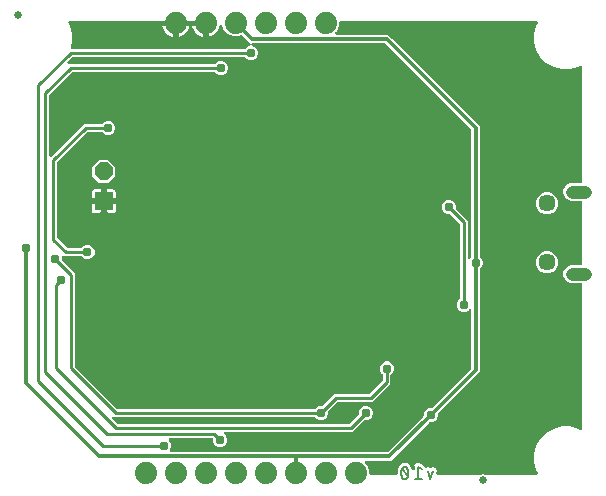
<source format=gbr>
G04 EAGLE Gerber RS-274X export*
G75*
%MOMM*%
%FSLAX34Y34*%
%LPD*%
%INBottom Copper*%
%IPPOS*%
%AMOC8*
5,1,8,0,0,1.08239X$1,22.5*%
G01*
%ADD10C,0.203200*%
%ADD11C,0.635000*%
%ADD12C,1.879600*%
%ADD13C,1.450000*%
%ADD14C,1.108000*%
%ADD15R,1.524000X1.524000*%
%ADD16P,1.649562X8X202.500000*%
%ADD17C,0.304800*%
%ADD18C,0.787400*%
%ADD19C,0.756400*%
%ADD20C,0.254000*%

G36*
X483747Y411239D02*
X483747Y411239D01*
X483846Y411242D01*
X483904Y411259D01*
X483965Y411267D01*
X484057Y411303D01*
X484152Y411331D01*
X484204Y411361D01*
X484260Y411384D01*
X484340Y411442D01*
X484426Y411492D01*
X484501Y411558D01*
X484518Y411570D01*
X484525Y411580D01*
X484547Y411598D01*
X514359Y441410D01*
X514419Y441489D01*
X514487Y441561D01*
X514516Y441614D01*
X514553Y441662D01*
X514593Y441753D01*
X514641Y441839D01*
X514656Y441898D01*
X514680Y441954D01*
X514695Y442052D01*
X514720Y442147D01*
X514726Y442247D01*
X514730Y442268D01*
X514728Y442280D01*
X514730Y442308D01*
X514730Y443909D01*
X515639Y446104D01*
X517318Y447783D01*
X519513Y448692D01*
X521114Y448692D01*
X521212Y448704D01*
X521311Y448707D01*
X521369Y448724D01*
X521430Y448732D01*
X521522Y448768D01*
X521617Y448796D01*
X521669Y448826D01*
X521725Y448849D01*
X521805Y448907D01*
X521891Y448957D01*
X521966Y449023D01*
X521983Y449035D01*
X521990Y449045D01*
X522012Y449063D01*
X554872Y481923D01*
X554932Y482002D01*
X555000Y482074D01*
X555029Y482127D01*
X555066Y482175D01*
X555106Y482266D01*
X555154Y482352D01*
X555169Y482411D01*
X555193Y482467D01*
X555208Y482565D01*
X555233Y482660D01*
X555239Y482760D01*
X555243Y482781D01*
X555241Y482793D01*
X555243Y482821D01*
X555243Y531037D01*
X555226Y531175D01*
X555213Y531313D01*
X555206Y531332D01*
X555203Y531352D01*
X555152Y531481D01*
X555105Y531612D01*
X555094Y531629D01*
X555086Y531648D01*
X555005Y531760D01*
X554927Y531875D01*
X554911Y531889D01*
X554900Y531905D01*
X554792Y531994D01*
X554688Y532086D01*
X554670Y532095D01*
X554655Y532108D01*
X554529Y532167D01*
X554405Y532230D01*
X554385Y532235D01*
X554367Y532243D01*
X554230Y532270D01*
X554095Y532300D01*
X554074Y532299D01*
X554055Y532303D01*
X553916Y532295D01*
X553777Y532290D01*
X553757Y532285D01*
X553737Y532284D01*
X553605Y532241D01*
X553471Y532202D01*
X553454Y532192D01*
X553435Y532185D01*
X553317Y532111D01*
X553197Y532040D01*
X553176Y532022D01*
X553166Y532015D01*
X553152Y532000D01*
X553077Y531934D01*
X552022Y530879D01*
X549827Y529970D01*
X547453Y529970D01*
X545258Y530879D01*
X543579Y532558D01*
X542670Y534753D01*
X542670Y537127D01*
X543579Y539322D01*
X544966Y540708D01*
X545026Y540786D01*
X545094Y540858D01*
X545123Y540911D01*
X545160Y540959D01*
X545200Y541050D01*
X545248Y541137D01*
X545263Y541195D01*
X545287Y541251D01*
X545302Y541349D01*
X545327Y541445D01*
X545333Y541545D01*
X545337Y541565D01*
X545335Y541577D01*
X545337Y541605D01*
X545337Y603896D01*
X545325Y603994D01*
X545322Y604093D01*
X545305Y604152D01*
X545297Y604212D01*
X545261Y604304D01*
X545233Y604399D01*
X545203Y604451D01*
X545180Y604507D01*
X545122Y604587D01*
X545072Y604673D01*
X545006Y604748D01*
X544994Y604765D01*
X544984Y604773D01*
X544966Y604794D01*
X537611Y612149D01*
X537532Y612209D01*
X537460Y612277D01*
X537407Y612306D01*
X537359Y612343D01*
X537268Y612383D01*
X537182Y612431D01*
X537123Y612446D01*
X537068Y612470D01*
X536970Y612485D01*
X536874Y612510D01*
X536774Y612516D01*
X536753Y612520D01*
X536741Y612518D01*
X536713Y612520D01*
X534753Y612520D01*
X532558Y613429D01*
X530879Y615108D01*
X529970Y617303D01*
X529970Y619677D01*
X530879Y621872D01*
X532558Y623551D01*
X534753Y624460D01*
X537127Y624460D01*
X539322Y623551D01*
X541001Y621872D01*
X541910Y619677D01*
X541910Y617717D01*
X541922Y617619D01*
X541925Y617520D01*
X541942Y617461D01*
X541950Y617401D01*
X541986Y617309D01*
X542014Y617214D01*
X542044Y617162D01*
X542067Y617106D01*
X542125Y617026D01*
X542175Y616940D01*
X542241Y616865D01*
X542253Y616848D01*
X542263Y616840D01*
X542281Y616819D01*
X551943Y607158D01*
X551943Y576149D01*
X551960Y576011D01*
X551973Y575873D01*
X551980Y575854D01*
X551983Y575834D01*
X552034Y575704D01*
X552081Y575574D01*
X552092Y575557D01*
X552100Y575538D01*
X552181Y575426D01*
X552259Y575311D01*
X552275Y575297D01*
X552286Y575281D01*
X552394Y575192D01*
X552498Y575100D01*
X552516Y575091D01*
X552531Y575078D01*
X552657Y575019D01*
X552781Y574956D01*
X552801Y574951D01*
X552819Y574943D01*
X552956Y574916D01*
X553091Y574886D01*
X553112Y574887D01*
X553131Y574883D01*
X553270Y574891D01*
X553409Y574896D01*
X553429Y574901D01*
X553449Y574902D01*
X553581Y574945D01*
X553715Y574984D01*
X553732Y574994D01*
X553751Y575001D01*
X553869Y575075D01*
X553989Y575146D01*
X554010Y575164D01*
X554020Y575171D01*
X554034Y575186D01*
X554109Y575252D01*
X554872Y576014D01*
X554932Y576092D01*
X555000Y576164D01*
X555029Y576217D01*
X555066Y576265D01*
X555106Y576356D01*
X555154Y576443D01*
X555169Y576502D01*
X555193Y576557D01*
X555208Y576655D01*
X555233Y576751D01*
X555239Y576851D01*
X555243Y576871D01*
X555241Y576883D01*
X555243Y576911D01*
X555243Y683801D01*
X555231Y683899D01*
X555228Y683998D01*
X555211Y684056D01*
X555203Y684117D01*
X555167Y684209D01*
X555139Y684304D01*
X555109Y684356D01*
X555086Y684412D01*
X555028Y684492D01*
X554978Y684578D01*
X554912Y684653D01*
X554900Y684670D01*
X554890Y684677D01*
X554872Y684699D01*
X482261Y757310D01*
X482182Y757370D01*
X482110Y757438D01*
X482057Y757467D01*
X482009Y757504D01*
X481918Y757544D01*
X481832Y757592D01*
X481773Y757607D01*
X481717Y757631D01*
X481619Y757646D01*
X481524Y757671D01*
X481424Y757677D01*
X481403Y757681D01*
X481391Y757679D01*
X481363Y757681D01*
X370046Y757681D01*
X369977Y757673D01*
X369907Y757674D01*
X369820Y757653D01*
X369731Y757641D01*
X369666Y757616D01*
X369598Y757599D01*
X369519Y757557D01*
X369435Y757524D01*
X369379Y757483D01*
X369317Y757451D01*
X369251Y757390D01*
X369178Y757338D01*
X369133Y757284D01*
X369082Y757237D01*
X369032Y757162D01*
X368975Y757093D01*
X368945Y757029D01*
X368907Y756971D01*
X368878Y756886D01*
X368839Y756805D01*
X368826Y756736D01*
X368804Y756670D01*
X368797Y756581D01*
X368780Y756493D01*
X368784Y756423D01*
X368778Y756353D01*
X368794Y756265D01*
X368799Y756175D01*
X368821Y756109D01*
X368833Y756040D01*
X368870Y755958D01*
X368897Y755873D01*
X368935Y755814D01*
X368963Y755750D01*
X369020Y755680D01*
X369068Y755604D01*
X369118Y755556D01*
X369162Y755502D01*
X369234Y755447D01*
X369299Y755386D01*
X369360Y755352D01*
X369416Y755310D01*
X369561Y755239D01*
X371682Y754361D01*
X373361Y752682D01*
X374270Y750487D01*
X374270Y748113D01*
X373361Y745918D01*
X371682Y744239D01*
X369487Y743330D01*
X367113Y743330D01*
X364918Y744239D01*
X363532Y745626D01*
X363454Y745686D01*
X363382Y745754D01*
X363329Y745783D01*
X363281Y745820D01*
X363190Y745860D01*
X363103Y745908D01*
X363045Y745923D01*
X362989Y745947D01*
X362891Y745962D01*
X362795Y745987D01*
X362695Y745993D01*
X362675Y745997D01*
X362663Y745995D01*
X362635Y745997D01*
X217794Y745997D01*
X217696Y745985D01*
X217597Y745982D01*
X217538Y745965D01*
X217478Y745957D01*
X217386Y745921D01*
X217291Y745893D01*
X217239Y745863D01*
X217183Y745840D01*
X217103Y745782D01*
X217017Y745732D01*
X216942Y745666D01*
X216925Y745654D01*
X216917Y745644D01*
X216896Y745626D01*
X213340Y742069D01*
X213255Y741960D01*
X213166Y741853D01*
X213158Y741834D01*
X213145Y741818D01*
X213090Y741690D01*
X213031Y741565D01*
X213027Y741545D01*
X213019Y741526D01*
X212997Y741388D01*
X212971Y741252D01*
X212972Y741232D01*
X212969Y741212D01*
X212982Y741073D01*
X212991Y740935D01*
X212997Y740916D01*
X212999Y740896D01*
X213046Y740764D01*
X213089Y740633D01*
X213100Y740615D01*
X213107Y740596D01*
X213185Y740481D01*
X213259Y740364D01*
X213274Y740350D01*
X213285Y740333D01*
X213389Y740241D01*
X213491Y740146D01*
X213508Y740136D01*
X213524Y740123D01*
X213648Y740059D01*
X213769Y739992D01*
X213789Y739987D01*
X213807Y739978D01*
X213943Y739948D01*
X214077Y739913D01*
X214105Y739911D01*
X214117Y739908D01*
X214138Y739909D01*
X214238Y739903D01*
X337235Y739903D01*
X337333Y739915D01*
X337432Y739918D01*
X337490Y739935D01*
X337550Y739943D01*
X337642Y739979D01*
X337737Y740007D01*
X337789Y740037D01*
X337846Y740060D01*
X337926Y740118D01*
X338011Y740168D01*
X338087Y740234D01*
X338103Y740246D01*
X338111Y740256D01*
X338132Y740274D01*
X339518Y741661D01*
X341713Y742570D01*
X344087Y742570D01*
X346282Y741661D01*
X347961Y739982D01*
X348870Y737787D01*
X348870Y735413D01*
X347961Y733218D01*
X346282Y731539D01*
X344087Y730630D01*
X341713Y730630D01*
X339518Y731539D01*
X338132Y732926D01*
X338054Y732986D01*
X337982Y733054D01*
X337929Y733083D01*
X337881Y733120D01*
X337790Y733160D01*
X337703Y733208D01*
X337645Y733223D01*
X337589Y733247D01*
X337491Y733262D01*
X337395Y733287D01*
X337295Y733293D01*
X337275Y733297D01*
X337263Y733295D01*
X337235Y733297D01*
X217794Y733297D01*
X217696Y733285D01*
X217597Y733282D01*
X217538Y733265D01*
X217478Y733257D01*
X217386Y733221D01*
X217291Y733193D01*
X217239Y733163D01*
X217183Y733140D01*
X217103Y733082D01*
X217017Y733032D01*
X216942Y732966D01*
X216925Y732954D01*
X216917Y732944D01*
X216896Y732926D01*
X197984Y714014D01*
X197924Y713935D01*
X197856Y713863D01*
X197827Y713810D01*
X197790Y713762D01*
X197750Y713671D01*
X197702Y713585D01*
X197687Y713526D01*
X197663Y713471D01*
X197648Y713373D01*
X197623Y713277D01*
X197617Y713177D01*
X197613Y713156D01*
X197615Y713144D01*
X197613Y713116D01*
X197613Y662548D01*
X197630Y662410D01*
X197643Y662271D01*
X197650Y662252D01*
X197653Y662232D01*
X197704Y662103D01*
X197751Y661972D01*
X197762Y661955D01*
X197770Y661937D01*
X197851Y661824D01*
X197929Y661709D01*
X197945Y661696D01*
X197956Y661679D01*
X198064Y661591D01*
X198168Y661498D01*
X198186Y661489D01*
X198201Y661476D01*
X198327Y661417D01*
X198451Y661354D01*
X198471Y661349D01*
X198489Y661341D01*
X198625Y661315D01*
X198761Y661284D01*
X198782Y661285D01*
X198801Y661281D01*
X198940Y661290D01*
X199079Y661294D01*
X199099Y661300D01*
X199119Y661301D01*
X199251Y661344D01*
X199385Y661382D01*
X199402Y661393D01*
X199421Y661399D01*
X199539Y661473D01*
X199659Y661544D01*
X199680Y661562D01*
X199690Y661569D01*
X199704Y661584D01*
X199779Y661650D01*
X224926Y686796D01*
X227232Y689103D01*
X241985Y689103D01*
X242083Y689115D01*
X242182Y689118D01*
X242240Y689135D01*
X242300Y689143D01*
X242392Y689179D01*
X242487Y689207D01*
X242540Y689237D01*
X242596Y689260D01*
X242676Y689318D01*
X242761Y689368D01*
X242837Y689434D01*
X242853Y689446D01*
X242861Y689456D01*
X242882Y689474D01*
X244268Y690861D01*
X246463Y691770D01*
X248837Y691770D01*
X251032Y690861D01*
X252711Y689182D01*
X253620Y686987D01*
X253620Y684613D01*
X252711Y682418D01*
X251032Y680739D01*
X248837Y679830D01*
X246463Y679830D01*
X244268Y680739D01*
X242882Y682126D01*
X242804Y682186D01*
X242732Y682254D01*
X242679Y682283D01*
X242631Y682320D01*
X242540Y682360D01*
X242453Y682408D01*
X242395Y682423D01*
X242339Y682447D01*
X242241Y682462D01*
X242145Y682487D01*
X242045Y682493D01*
X242025Y682497D01*
X242013Y682495D01*
X241985Y682497D01*
X230494Y682497D01*
X230396Y682485D01*
X230297Y682482D01*
X230238Y682465D01*
X230178Y682457D01*
X230086Y682421D01*
X229991Y682393D01*
X229939Y682363D01*
X229883Y682340D01*
X229803Y682282D01*
X229717Y682232D01*
X229642Y682166D01*
X229625Y682154D01*
X229617Y682144D01*
X229596Y682126D01*
X204842Y657372D01*
X204782Y657293D01*
X204714Y657221D01*
X204685Y657168D01*
X204648Y657120D01*
X204608Y657029D01*
X204560Y656943D01*
X204545Y656884D01*
X204521Y656829D01*
X204506Y656731D01*
X204481Y656635D01*
X204475Y656535D01*
X204471Y656514D01*
X204473Y656502D01*
X204471Y656474D01*
X204471Y593206D01*
X204483Y593108D01*
X204486Y593009D01*
X204503Y592950D01*
X204511Y592890D01*
X204547Y592798D01*
X204575Y592703D01*
X204605Y592651D01*
X204628Y592595D01*
X204686Y592515D01*
X204736Y592429D01*
X204802Y592354D01*
X204814Y592337D01*
X204824Y592329D01*
X204842Y592308D01*
X212832Y584318D01*
X212911Y584258D01*
X212983Y584190D01*
X213036Y584161D01*
X213084Y584124D01*
X213175Y584084D01*
X213261Y584036D01*
X213320Y584021D01*
X213375Y583997D01*
X213473Y583982D01*
X213569Y583957D01*
X213669Y583951D01*
X213690Y583947D01*
X213702Y583949D01*
X213730Y583947D01*
X224459Y583947D01*
X224557Y583959D01*
X224656Y583962D01*
X224714Y583979D01*
X224774Y583987D01*
X224866Y584023D01*
X224961Y584051D01*
X225013Y584081D01*
X225070Y584104D01*
X225150Y584162D01*
X225235Y584212D01*
X225311Y584278D01*
X225327Y584290D01*
X225335Y584300D01*
X225356Y584318D01*
X226742Y585705D01*
X228937Y586614D01*
X231311Y586614D01*
X233506Y585705D01*
X235185Y584026D01*
X236094Y581831D01*
X236094Y579457D01*
X235185Y577262D01*
X233506Y575583D01*
X231311Y574674D01*
X228937Y574674D01*
X226742Y575583D01*
X225356Y576970D01*
X225278Y577030D01*
X225206Y577098D01*
X225153Y577127D01*
X225105Y577164D01*
X225014Y577204D01*
X224927Y577252D01*
X224869Y577267D01*
X224813Y577291D01*
X224715Y577306D01*
X224619Y577331D01*
X224519Y577337D01*
X224499Y577341D01*
X224487Y577339D01*
X224459Y577341D01*
X210439Y577341D01*
X210358Y577409D01*
X210339Y577417D01*
X210323Y577430D01*
X210196Y577485D01*
X210070Y577544D01*
X210050Y577548D01*
X210031Y577556D01*
X209894Y577578D01*
X209757Y577604D01*
X209737Y577603D01*
X209717Y577606D01*
X209579Y577593D01*
X209440Y577584D01*
X209421Y577578D01*
X209401Y577576D01*
X209270Y577529D01*
X209138Y577486D01*
X209120Y577475D01*
X209101Y577469D01*
X208986Y577390D01*
X208869Y577316D01*
X208855Y577301D01*
X208838Y577290D01*
X208746Y577186D01*
X208651Y577084D01*
X208641Y577067D01*
X208628Y577052D01*
X208565Y576928D01*
X208497Y576806D01*
X208492Y576786D01*
X208483Y576768D01*
X208453Y576633D01*
X208418Y576498D01*
X208416Y576470D01*
X208413Y576458D01*
X208414Y576437D01*
X208408Y576337D01*
X208408Y574283D01*
X208420Y574185D01*
X208423Y574086D01*
X208440Y574027D01*
X208448Y573967D01*
X208484Y573875D01*
X208512Y573780D01*
X208542Y573728D01*
X208565Y573672D01*
X208623Y573592D01*
X208673Y573506D01*
X208739Y573431D01*
X208751Y573414D01*
X208761Y573406D01*
X208779Y573385D01*
X219203Y562962D01*
X219203Y484494D01*
X219215Y484396D01*
X219218Y484297D01*
X219235Y484238D01*
X219243Y484178D01*
X219279Y484086D01*
X219307Y483991D01*
X219337Y483939D01*
X219360Y483883D01*
X219418Y483803D01*
X219468Y483717D01*
X219534Y483642D01*
X219546Y483625D01*
X219556Y483617D01*
X219574Y483596D01*
X254996Y448174D01*
X255075Y448114D01*
X255147Y448046D01*
X255200Y448017D01*
X255248Y447980D01*
X255339Y447940D01*
X255425Y447892D01*
X255484Y447877D01*
X255539Y447853D01*
X255637Y447838D01*
X255733Y447813D01*
X255833Y447807D01*
X255854Y447803D01*
X255866Y447805D01*
X255894Y447803D01*
X421935Y447803D01*
X422033Y447815D01*
X422132Y447818D01*
X422190Y447835D01*
X422250Y447843D01*
X422342Y447879D01*
X422437Y447907D01*
X422489Y447937D01*
X422546Y447960D01*
X422626Y448018D01*
X422711Y448068D01*
X422787Y448134D01*
X422803Y448146D01*
X422811Y448156D01*
X422832Y448174D01*
X424218Y449561D01*
X426413Y450470D01*
X428373Y450470D01*
X428471Y450482D01*
X428570Y450485D01*
X428629Y450502D01*
X428689Y450510D01*
X428781Y450546D01*
X428876Y450574D01*
X428928Y450604D01*
X428984Y450627D01*
X429064Y450685D01*
X429150Y450735D01*
X429225Y450801D01*
X429242Y450813D01*
X429250Y450823D01*
X429271Y450841D01*
X438932Y460503D01*
X468006Y460503D01*
X468104Y460515D01*
X468203Y460518D01*
X468262Y460535D01*
X468322Y460543D01*
X468414Y460579D01*
X468509Y460607D01*
X468561Y460637D01*
X468617Y460660D01*
X468697Y460718D01*
X468783Y460768D01*
X468858Y460834D01*
X468875Y460846D01*
X468883Y460856D01*
X468904Y460874D01*
X479688Y471658D01*
X479748Y471737D01*
X479816Y471809D01*
X479845Y471862D01*
X479882Y471910D01*
X479922Y472001D01*
X479970Y472087D01*
X479985Y472146D01*
X480009Y472201D01*
X480024Y472299D01*
X480049Y472395D01*
X480055Y472495D01*
X480059Y472516D01*
X480057Y472528D01*
X480059Y472556D01*
X480059Y476427D01*
X480047Y476525D01*
X480044Y476624D01*
X480027Y476682D01*
X480019Y476742D01*
X479983Y476834D01*
X479955Y476929D01*
X479925Y476981D01*
X479902Y477038D01*
X479844Y477118D01*
X479794Y477203D01*
X479728Y477279D01*
X479716Y477295D01*
X479706Y477303D01*
X479688Y477324D01*
X478301Y478710D01*
X477392Y480905D01*
X477392Y483279D01*
X478301Y485474D01*
X479980Y487153D01*
X482175Y488062D01*
X484549Y488062D01*
X486744Y487153D01*
X488423Y485474D01*
X489332Y483279D01*
X489332Y480905D01*
X488423Y478710D01*
X487036Y477324D01*
X486976Y477246D01*
X486908Y477174D01*
X486879Y477121D01*
X486842Y477073D01*
X486802Y476982D01*
X486754Y476895D01*
X486739Y476837D01*
X486715Y476781D01*
X486700Y476683D01*
X486675Y476587D01*
X486669Y476487D01*
X486665Y476467D01*
X486667Y476455D01*
X486665Y476427D01*
X486665Y469294D01*
X471268Y453897D01*
X442194Y453897D01*
X442096Y453885D01*
X441997Y453882D01*
X441938Y453865D01*
X441878Y453857D01*
X441786Y453821D01*
X441691Y453793D01*
X441639Y453763D01*
X441583Y453740D01*
X441503Y453682D01*
X441417Y453632D01*
X441342Y453566D01*
X441325Y453554D01*
X441317Y453544D01*
X441296Y453526D01*
X433941Y446171D01*
X433881Y446092D01*
X433813Y446020D01*
X433784Y445967D01*
X433747Y445919D01*
X433707Y445828D01*
X433659Y445742D01*
X433644Y445683D01*
X433620Y445628D01*
X433605Y445530D01*
X433580Y445434D01*
X433574Y445334D01*
X433570Y445313D01*
X433572Y445301D01*
X433570Y445273D01*
X433570Y443313D01*
X432661Y441118D01*
X430982Y439439D01*
X428787Y438530D01*
X426413Y438530D01*
X424218Y439439D01*
X422832Y440826D01*
X422754Y440886D01*
X422682Y440954D01*
X422629Y440983D01*
X422581Y441020D01*
X422490Y441060D01*
X422403Y441108D01*
X422345Y441123D01*
X422289Y441147D01*
X422191Y441162D01*
X422095Y441187D01*
X421995Y441193D01*
X421975Y441197D01*
X421963Y441195D01*
X421935Y441197D01*
X252338Y441197D01*
X252200Y441180D01*
X252061Y441167D01*
X252042Y441160D01*
X252022Y441157D01*
X251893Y441106D01*
X251762Y441059D01*
X251745Y441048D01*
X251727Y441040D01*
X251614Y440959D01*
X251499Y440881D01*
X251486Y440865D01*
X251469Y440854D01*
X251380Y440746D01*
X251288Y440642D01*
X251279Y440624D01*
X251266Y440609D01*
X251207Y440483D01*
X251144Y440359D01*
X251139Y440339D01*
X251131Y440321D01*
X251105Y440185D01*
X251074Y440049D01*
X251075Y440028D01*
X251071Y440009D01*
X251080Y439870D01*
X251084Y439731D01*
X251090Y439711D01*
X251091Y439691D01*
X251134Y439559D01*
X251172Y439425D01*
X251183Y439408D01*
X251189Y439389D01*
X251263Y439271D01*
X251334Y439151D01*
X251352Y439130D01*
X251359Y439120D01*
X251374Y439106D01*
X251440Y439031D01*
X254996Y435474D01*
X255075Y435414D01*
X255147Y435346D01*
X255200Y435317D01*
X255248Y435280D01*
X255339Y435240D01*
X255425Y435192D01*
X255484Y435177D01*
X255539Y435153D01*
X255637Y435138D01*
X255733Y435113D01*
X255833Y435107D01*
X255854Y435103D01*
X255866Y435105D01*
X255894Y435103D01*
X451106Y435103D01*
X451204Y435115D01*
X451303Y435118D01*
X451362Y435135D01*
X451422Y435143D01*
X451514Y435179D01*
X451609Y435207D01*
X451661Y435237D01*
X451717Y435260D01*
X451797Y435318D01*
X451883Y435368D01*
X451958Y435434D01*
X451975Y435446D01*
X451983Y435456D01*
X452004Y435474D01*
X459359Y442829D01*
X459419Y442908D01*
X459487Y442980D01*
X459516Y443033D01*
X459553Y443081D01*
X459593Y443172D01*
X459641Y443258D01*
X459656Y443317D01*
X459680Y443372D01*
X459695Y443470D01*
X459720Y443566D01*
X459726Y443666D01*
X459730Y443687D01*
X459728Y443699D01*
X459730Y443727D01*
X459730Y445687D01*
X460639Y447882D01*
X462318Y449561D01*
X464513Y450470D01*
X466887Y450470D01*
X469082Y449561D01*
X470761Y447882D01*
X471670Y445687D01*
X471670Y443313D01*
X470761Y441118D01*
X469082Y439439D01*
X466887Y438530D01*
X464927Y438530D01*
X464829Y438518D01*
X464730Y438515D01*
X464671Y438498D01*
X464611Y438490D01*
X464519Y438454D01*
X464424Y438426D01*
X464372Y438396D01*
X464316Y438373D01*
X464236Y438315D01*
X464150Y438265D01*
X464075Y438199D01*
X464058Y438187D01*
X464050Y438177D01*
X464029Y438159D01*
X454368Y428497D01*
X347041Y428497D01*
X346904Y428480D01*
X346765Y428467D01*
X346746Y428460D01*
X346726Y428457D01*
X346597Y428406D01*
X346466Y428359D01*
X346449Y428348D01*
X346430Y428340D01*
X346318Y428259D01*
X346203Y428181D01*
X346189Y428165D01*
X346173Y428154D01*
X346084Y428046D01*
X345992Y427942D01*
X345983Y427924D01*
X345970Y427909D01*
X345911Y427783D01*
X345848Y427659D01*
X345843Y427639D01*
X345835Y427621D01*
X345808Y427484D01*
X345778Y427349D01*
X345779Y427328D01*
X345775Y427309D01*
X345783Y427170D01*
X345788Y427031D01*
X345793Y427011D01*
X345794Y426991D01*
X345837Y426859D01*
X345876Y426725D01*
X345886Y426708D01*
X345893Y426689D01*
X345967Y426571D01*
X346038Y426451D01*
X346056Y426430D01*
X346063Y426420D01*
X346078Y426406D01*
X346144Y426331D01*
X347707Y424768D01*
X348616Y422573D01*
X348616Y420199D01*
X347707Y418004D01*
X346028Y416325D01*
X343833Y415416D01*
X341459Y415416D01*
X339264Y416325D01*
X337585Y418004D01*
X336676Y420199D01*
X336676Y421894D01*
X336661Y422012D01*
X336654Y422131D01*
X336641Y422169D01*
X336636Y422210D01*
X336593Y422320D01*
X336556Y422433D01*
X336534Y422468D01*
X336519Y422505D01*
X336450Y422601D01*
X336386Y422702D01*
X336356Y422730D01*
X336333Y422763D01*
X336241Y422839D01*
X336154Y422920D01*
X336119Y422940D01*
X336088Y422965D01*
X335980Y423016D01*
X335876Y423074D01*
X335836Y423084D01*
X335800Y423101D01*
X335683Y423123D01*
X335568Y423153D01*
X335508Y423157D01*
X335488Y423161D01*
X335467Y423159D01*
X335407Y423163D01*
X300051Y423163D01*
X299913Y423146D01*
X299775Y423133D01*
X299756Y423126D01*
X299736Y423123D01*
X299607Y423072D01*
X299476Y423025D01*
X299459Y423014D01*
X299440Y423006D01*
X299328Y422925D01*
X299213Y422847D01*
X299199Y422831D01*
X299183Y422820D01*
X299094Y422712D01*
X299002Y422608D01*
X298993Y422590D01*
X298980Y422575D01*
X298921Y422449D01*
X298858Y422325D01*
X298853Y422305D01*
X298845Y422287D01*
X298818Y422150D01*
X298788Y422015D01*
X298789Y421994D01*
X298785Y421975D01*
X298793Y421836D01*
X298798Y421697D01*
X298803Y421677D01*
X298804Y421657D01*
X298847Y421525D01*
X298886Y421391D01*
X298896Y421374D01*
X298903Y421355D01*
X298977Y421237D01*
X299048Y421117D01*
X299066Y421096D01*
X299073Y421086D01*
X299088Y421072D01*
X299154Y420997D01*
X299955Y420196D01*
X300864Y418001D01*
X300864Y415627D01*
X299955Y413433D01*
X299916Y413394D01*
X299831Y413284D01*
X299742Y413177D01*
X299733Y413158D01*
X299721Y413142D01*
X299666Y413015D01*
X299607Y412889D01*
X299603Y412869D01*
X299595Y412850D01*
X299573Y412713D01*
X299547Y412576D01*
X299548Y412556D01*
X299545Y412536D01*
X299558Y412398D01*
X299566Y412259D01*
X299573Y412240D01*
X299575Y412220D01*
X299622Y412089D01*
X299665Y411957D01*
X299675Y411939D01*
X299682Y411920D01*
X299760Y411806D01*
X299835Y411688D01*
X299849Y411674D01*
X299861Y411657D01*
X299965Y411566D01*
X300066Y411470D01*
X300084Y411460D01*
X300099Y411447D01*
X300223Y411384D01*
X300345Y411316D01*
X300364Y411311D01*
X300382Y411302D01*
X300518Y411272D01*
X300653Y411237D01*
X300681Y411235D01*
X300693Y411232D01*
X300713Y411233D01*
X300813Y411227D01*
X483649Y411227D01*
X483747Y411239D01*
G37*
G36*
X491545Y392192D02*
X491545Y392192D01*
X491663Y392199D01*
X491702Y392212D01*
X491742Y392217D01*
X491853Y392260D01*
X491966Y392297D01*
X492000Y392319D01*
X492038Y392334D01*
X492134Y392403D01*
X492235Y392467D01*
X492262Y392497D01*
X492295Y392520D01*
X492371Y392612D01*
X492453Y392699D01*
X492472Y392734D01*
X492498Y392765D01*
X492549Y392873D01*
X492606Y392977D01*
X492616Y393017D01*
X492633Y393053D01*
X492656Y393170D01*
X492686Y393285D01*
X492689Y393345D01*
X492693Y393365D01*
X492692Y393386D01*
X492696Y393446D01*
X492696Y396432D01*
X493310Y397691D01*
X493354Y397821D01*
X493402Y397949D01*
X493408Y397980D01*
X493412Y397992D01*
X493414Y398013D01*
X493430Y398107D01*
X493447Y398257D01*
X493524Y398336D01*
X493612Y398416D01*
X493634Y398450D01*
X493662Y398479D01*
X493721Y398582D01*
X493787Y398681D01*
X493810Y398737D01*
X493820Y398755D01*
X493826Y398774D01*
X493849Y398830D01*
X494294Y400130D01*
X497028Y402083D01*
X500388Y402083D01*
X503121Y400130D01*
X503580Y398793D01*
X503582Y398789D01*
X503639Y398649D01*
X504679Y396516D01*
X504696Y396490D01*
X504707Y396461D01*
X504783Y396358D01*
X504853Y396250D01*
X504876Y396229D01*
X504894Y396204D01*
X504993Y396122D01*
X505088Y396036D01*
X505115Y396021D01*
X505139Y396001D01*
X505255Y395946D01*
X505369Y395886D01*
X505399Y395879D01*
X505427Y395866D01*
X505553Y395841D01*
X505678Y395811D01*
X505709Y395812D01*
X505739Y395806D01*
X505867Y395814D01*
X505996Y395815D01*
X506026Y395824D01*
X506057Y395826D01*
X506179Y395865D01*
X506303Y395899D01*
X506330Y395914D01*
X506359Y395924D01*
X506468Y395992D01*
X506579Y396055D01*
X506602Y396077D01*
X506628Y396094D01*
X506716Y396187D01*
X506808Y396276D01*
X506825Y396303D01*
X506846Y396325D01*
X506908Y396438D01*
X506975Y396547D01*
X506984Y396577D01*
X506999Y396604D01*
X507031Y396728D01*
X507070Y396850D01*
X507071Y396882D01*
X507079Y396912D01*
X507089Y397072D01*
X507089Y398795D01*
X507087Y398809D01*
X507081Y398935D01*
X506963Y400004D01*
X506977Y400027D01*
X506985Y400055D01*
X506999Y400080D01*
X507032Y400206D01*
X507047Y400255D01*
X507813Y401021D01*
X507822Y401032D01*
X507907Y401125D01*
X508578Y401965D01*
X508605Y401971D01*
X508631Y401985D01*
X508658Y401993D01*
X508771Y402059D01*
X508815Y402083D01*
X509899Y402083D01*
X509913Y402085D01*
X510039Y402090D01*
X511107Y402209D01*
X511131Y402195D01*
X511159Y402186D01*
X511184Y402172D01*
X511310Y402140D01*
X511358Y402125D01*
X512125Y401359D01*
X512136Y401350D01*
X512229Y401265D01*
X515674Y398509D01*
X515737Y398471D01*
X515794Y398424D01*
X515872Y398388D01*
X515945Y398343D01*
X516016Y398322D01*
X516083Y398291D01*
X516167Y398275D01*
X516249Y398250D01*
X516323Y398247D01*
X516395Y398233D01*
X516481Y398239D01*
X516567Y398235D01*
X516639Y398250D01*
X516713Y398255D01*
X516868Y398296D01*
X518288Y398770D01*
X519857Y397985D01*
X519885Y397975D01*
X519911Y397960D01*
X520035Y397922D01*
X520157Y397880D01*
X520187Y397877D01*
X520215Y397868D01*
X520345Y397863D01*
X520474Y397852D01*
X520503Y397857D01*
X520533Y397856D01*
X520660Y397883D01*
X520788Y397904D01*
X520815Y397916D01*
X520844Y397922D01*
X520992Y397985D01*
X522562Y398770D01*
X524958Y397971D01*
X526087Y395712D01*
X525466Y393847D01*
X525465Y393843D01*
X525463Y393839D01*
X525434Y393689D01*
X525404Y393535D01*
X525404Y393531D01*
X525403Y393526D01*
X525412Y393374D01*
X525421Y393218D01*
X525422Y393214D01*
X525423Y393209D01*
X525470Y393063D01*
X525517Y392915D01*
X525519Y392911D01*
X525521Y392907D01*
X525603Y392776D01*
X525685Y392645D01*
X525689Y392642D01*
X525691Y392638D01*
X525803Y392532D01*
X525915Y392425D01*
X525919Y392423D01*
X525923Y392420D01*
X526057Y392346D01*
X526193Y392270D01*
X526197Y392269D01*
X526201Y392266D01*
X526349Y392228D01*
X526500Y392188D01*
X526505Y392188D01*
X526509Y392187D01*
X526670Y392177D01*
X562942Y392177D01*
X562951Y392178D01*
X562960Y392177D01*
X563109Y392198D01*
X563257Y392217D01*
X563266Y392220D01*
X563275Y392221D01*
X563428Y392273D01*
X564114Y392558D01*
X566186Y392558D01*
X566872Y392273D01*
X566881Y392271D01*
X566890Y392266D01*
X567035Y392229D01*
X567179Y392189D01*
X567188Y392189D01*
X567197Y392187D01*
X567358Y392177D01*
X610217Y392177D01*
X610348Y392193D01*
X610480Y392204D01*
X610505Y392213D01*
X610532Y392217D01*
X610655Y392265D01*
X610780Y392309D01*
X610803Y392324D01*
X610828Y392334D01*
X610935Y392411D01*
X611045Y392485D01*
X611063Y392505D01*
X611085Y392520D01*
X611170Y392623D01*
X611258Y392721D01*
X611271Y392745D01*
X611288Y392765D01*
X611345Y392885D01*
X611406Y393002D01*
X611412Y393029D01*
X611424Y393053D01*
X611448Y393183D01*
X611479Y393312D01*
X611478Y393339D01*
X611483Y393365D01*
X611475Y393497D01*
X611473Y393630D01*
X611465Y393656D01*
X611464Y393683D01*
X611423Y393809D01*
X611387Y393936D01*
X611370Y393971D01*
X611366Y393985D01*
X611354Y394004D01*
X611316Y394081D01*
X610147Y396105D01*
X608329Y402889D01*
X608329Y409911D01*
X610147Y416695D01*
X613658Y422776D01*
X618624Y427742D01*
X624705Y431253D01*
X631489Y433071D01*
X638511Y433071D01*
X645295Y431253D01*
X647319Y430084D01*
X647442Y430033D01*
X647561Y429976D01*
X647588Y429971D01*
X647613Y429961D01*
X647744Y429941D01*
X647874Y429917D01*
X647900Y429918D01*
X647927Y429914D01*
X648059Y429928D01*
X648191Y429936D01*
X648217Y429945D01*
X648243Y429947D01*
X648368Y429994D01*
X648493Y430034D01*
X648516Y430049D01*
X648542Y430058D01*
X648650Y430134D01*
X648762Y430205D01*
X648781Y430224D01*
X648803Y430240D01*
X648889Y430339D01*
X648980Y430436D01*
X648993Y430460D01*
X649011Y430480D01*
X649070Y430599D01*
X649134Y430715D01*
X649140Y430741D01*
X649152Y430765D01*
X649180Y430895D01*
X649213Y431023D01*
X649215Y431061D01*
X649219Y431076D01*
X649218Y431098D01*
X649223Y431183D01*
X649223Y553058D01*
X649208Y553176D01*
X649201Y553295D01*
X649188Y553333D01*
X649183Y553374D01*
X649140Y553484D01*
X649103Y553597D01*
X649081Y553632D01*
X649066Y553669D01*
X648997Y553765D01*
X648933Y553866D01*
X648903Y553894D01*
X648880Y553927D01*
X648788Y554003D01*
X648701Y554084D01*
X648666Y554104D01*
X648635Y554129D01*
X648527Y554180D01*
X648423Y554238D01*
X648383Y554248D01*
X648347Y554265D01*
X648230Y554287D01*
X648115Y554317D01*
X648055Y554321D01*
X648035Y554325D01*
X648014Y554323D01*
X647954Y554327D01*
X639074Y554327D01*
X636290Y555480D01*
X634160Y557610D01*
X633007Y560394D01*
X633007Y563406D01*
X634160Y566190D01*
X636290Y568320D01*
X639074Y569473D01*
X647954Y569473D01*
X648072Y569488D01*
X648191Y569495D01*
X648229Y569508D01*
X648270Y569513D01*
X648380Y569556D01*
X648493Y569593D01*
X648528Y569615D01*
X648565Y569630D01*
X648661Y569699D01*
X648762Y569763D01*
X648790Y569793D01*
X648823Y569816D01*
X648899Y569908D01*
X648980Y569995D01*
X649000Y570030D01*
X649025Y570061D01*
X649076Y570169D01*
X649134Y570273D01*
X649144Y570313D01*
X649161Y570349D01*
X649183Y570466D01*
X649213Y570581D01*
X649217Y570641D01*
X649221Y570661D01*
X649219Y570682D01*
X649223Y570742D01*
X649223Y623058D01*
X649208Y623176D01*
X649201Y623295D01*
X649188Y623333D01*
X649183Y623374D01*
X649140Y623484D01*
X649103Y623597D01*
X649081Y623632D01*
X649066Y623669D01*
X648997Y623765D01*
X648933Y623866D01*
X648903Y623894D01*
X648880Y623927D01*
X648788Y624003D01*
X648701Y624084D01*
X648666Y624104D01*
X648635Y624129D01*
X648527Y624180D01*
X648423Y624238D01*
X648383Y624248D01*
X648347Y624265D01*
X648230Y624287D01*
X648115Y624317D01*
X648055Y624321D01*
X648035Y624325D01*
X648014Y624323D01*
X647954Y624327D01*
X639074Y624327D01*
X636290Y625480D01*
X634160Y627610D01*
X633007Y630394D01*
X633007Y633406D01*
X634160Y636190D01*
X636290Y638320D01*
X639074Y639473D01*
X647954Y639473D01*
X648072Y639488D01*
X648191Y639495D01*
X648229Y639508D01*
X648270Y639513D01*
X648380Y639556D01*
X648493Y639593D01*
X648528Y639615D01*
X648565Y639630D01*
X648661Y639699D01*
X648762Y639763D01*
X648790Y639793D01*
X648823Y639816D01*
X648899Y639908D01*
X648980Y639995D01*
X649000Y640030D01*
X649025Y640061D01*
X649076Y640169D01*
X649134Y640273D01*
X649144Y640313D01*
X649161Y640349D01*
X649183Y640466D01*
X649213Y640581D01*
X649217Y640641D01*
X649221Y640661D01*
X649219Y640682D01*
X649223Y640742D01*
X649223Y737217D01*
X649207Y737348D01*
X649196Y737480D01*
X649187Y737505D01*
X649183Y737532D01*
X649135Y737655D01*
X649091Y737780D01*
X649076Y737803D01*
X649066Y737828D01*
X648989Y737935D01*
X648915Y738045D01*
X648895Y738063D01*
X648880Y738085D01*
X648777Y738170D01*
X648679Y738258D01*
X648655Y738271D01*
X648635Y738288D01*
X648515Y738345D01*
X648398Y738406D01*
X648371Y738412D01*
X648347Y738424D01*
X648217Y738448D01*
X648088Y738479D01*
X648061Y738478D01*
X648035Y738483D01*
X647903Y738475D01*
X647770Y738473D01*
X647744Y738465D01*
X647717Y738464D01*
X647591Y738423D01*
X647464Y738387D01*
X647429Y738370D01*
X647415Y738366D01*
X647396Y738354D01*
X647319Y738316D01*
X645295Y737147D01*
X638511Y735329D01*
X631489Y735329D01*
X624705Y737147D01*
X618624Y740658D01*
X613658Y745624D01*
X610147Y751705D01*
X608329Y758489D01*
X608329Y765511D01*
X610147Y772295D01*
X611316Y774319D01*
X611367Y774442D01*
X611424Y774561D01*
X611429Y774588D01*
X611439Y774613D01*
X611459Y774744D01*
X611483Y774874D01*
X611482Y774900D01*
X611486Y774927D01*
X611472Y775059D01*
X611464Y775191D01*
X611455Y775217D01*
X611453Y775243D01*
X611406Y775368D01*
X611366Y775493D01*
X611351Y775516D01*
X611342Y775542D01*
X611266Y775650D01*
X611195Y775762D01*
X611176Y775781D01*
X611160Y775803D01*
X611061Y775889D01*
X610964Y775980D01*
X610940Y775993D01*
X610920Y776011D01*
X610801Y776070D01*
X610685Y776134D01*
X610659Y776140D01*
X610635Y776152D01*
X610505Y776180D01*
X610377Y776213D01*
X610339Y776215D01*
X610324Y776219D01*
X610302Y776218D01*
X610217Y776223D01*
X444500Y776223D01*
X444382Y776208D01*
X444263Y776201D01*
X444225Y776188D01*
X444184Y776183D01*
X444074Y776140D01*
X443961Y776103D01*
X443926Y776081D01*
X443889Y776066D01*
X443793Y775997D01*
X443692Y775933D01*
X443664Y775903D01*
X443631Y775880D01*
X443555Y775788D01*
X443474Y775701D01*
X443454Y775666D01*
X443429Y775635D01*
X443378Y775527D01*
X443320Y775423D01*
X443310Y775383D01*
X443293Y775347D01*
X443271Y775230D01*
X443241Y775115D01*
X443237Y775055D01*
X443233Y775035D01*
X443235Y775014D01*
X443231Y774954D01*
X443231Y772426D01*
X441491Y768225D01*
X440227Y766961D01*
X440142Y766852D01*
X440053Y766745D01*
X440044Y766726D01*
X440032Y766710D01*
X439977Y766583D01*
X439918Y766457D01*
X439914Y766437D01*
X439906Y766418D01*
X439884Y766280D01*
X439858Y766144D01*
X439859Y766124D01*
X439856Y766104D01*
X439869Y765965D01*
X439878Y765827D01*
X439884Y765808D01*
X439886Y765788D01*
X439933Y765656D01*
X439976Y765525D01*
X439986Y765507D01*
X439993Y765488D01*
X440071Y765373D01*
X440146Y765256D01*
X440160Y765242D01*
X440172Y765225D01*
X440276Y765133D01*
X440377Y765038D01*
X440395Y765028D01*
X440410Y765015D01*
X440534Y764951D01*
X440656Y764884D01*
X440675Y764879D01*
X440693Y764870D01*
X440829Y764840D01*
X440964Y764805D01*
X440992Y764803D01*
X441004Y764800D01*
X441024Y764801D01*
X441124Y764795D01*
X484835Y764795D01*
X487290Y762339D01*
X559901Y689728D01*
X559902Y689728D01*
X562357Y687273D01*
X562357Y576911D01*
X562369Y576813D01*
X562372Y576714D01*
X562389Y576656D01*
X562397Y576596D01*
X562433Y576504D01*
X562461Y576409D01*
X562491Y576357D01*
X562514Y576300D01*
X562572Y576220D01*
X562622Y576135D01*
X562688Y576059D01*
X562700Y576043D01*
X562710Y576035D01*
X562728Y576014D01*
X563861Y574882D01*
X564770Y572687D01*
X564770Y570313D01*
X563861Y568118D01*
X562728Y566986D01*
X562668Y566908D01*
X562600Y566836D01*
X562571Y566783D01*
X562534Y566735D01*
X562494Y566644D01*
X562446Y566557D01*
X562431Y566499D01*
X562407Y566443D01*
X562392Y566345D01*
X562367Y566249D01*
X562361Y566152D01*
X562359Y566144D01*
X562359Y566142D01*
X562357Y566129D01*
X562359Y566117D01*
X562357Y566089D01*
X562357Y479349D01*
X527041Y444034D01*
X526981Y443955D01*
X526913Y443883D01*
X526884Y443830D01*
X526847Y443782D01*
X526807Y443691D01*
X526759Y443605D01*
X526744Y443546D01*
X526720Y443490D01*
X526705Y443392D01*
X526680Y443297D01*
X526674Y443197D01*
X526670Y443176D01*
X526672Y443164D01*
X526670Y443136D01*
X526670Y441535D01*
X525761Y439340D01*
X524082Y437661D01*
X521887Y436752D01*
X520286Y436752D01*
X520188Y436740D01*
X520089Y436737D01*
X520031Y436720D01*
X519970Y436712D01*
X519878Y436676D01*
X519783Y436648D01*
X519731Y436618D01*
X519675Y436595D01*
X519595Y436537D01*
X519509Y436487D01*
X519434Y436421D01*
X519417Y436409D01*
X519410Y436399D01*
X519388Y436381D01*
X487121Y404113D01*
X466016Y404113D01*
X465879Y404096D01*
X465740Y404083D01*
X465721Y404076D01*
X465701Y404073D01*
X465572Y404022D01*
X465441Y403975D01*
X465424Y403964D01*
X465405Y403956D01*
X465293Y403875D01*
X465178Y403797D01*
X465164Y403781D01*
X465148Y403770D01*
X465059Y403662D01*
X464967Y403558D01*
X464958Y403540D01*
X464945Y403525D01*
X464886Y403399D01*
X464823Y403275D01*
X464818Y403255D01*
X464810Y403237D01*
X464783Y403100D01*
X464753Y402965D01*
X464754Y402944D01*
X464750Y402925D01*
X464758Y402786D01*
X464763Y402647D01*
X464768Y402627D01*
X464770Y402607D01*
X464812Y402475D01*
X464851Y402341D01*
X464861Y402324D01*
X464868Y402305D01*
X464942Y402187D01*
X465013Y402067D01*
X465031Y402046D01*
X465038Y402036D01*
X465053Y402022D01*
X465119Y401947D01*
X466891Y400175D01*
X468631Y395974D01*
X468631Y393446D01*
X468646Y393328D01*
X468653Y393209D01*
X468666Y393171D01*
X468671Y393130D01*
X468714Y393020D01*
X468751Y392907D01*
X468773Y392872D01*
X468788Y392835D01*
X468857Y392739D01*
X468921Y392638D01*
X468951Y392610D01*
X468974Y392577D01*
X469066Y392501D01*
X469153Y392420D01*
X469188Y392400D01*
X469219Y392375D01*
X469327Y392324D01*
X469431Y392266D01*
X469471Y392256D01*
X469507Y392239D01*
X469624Y392217D01*
X469739Y392187D01*
X469799Y392183D01*
X469819Y392179D01*
X469840Y392181D01*
X469900Y392177D01*
X491427Y392177D01*
X491545Y392192D01*
G37*
G36*
X362733Y752615D02*
X362733Y752615D01*
X362832Y752618D01*
X362890Y752635D01*
X362950Y752643D01*
X363042Y752679D01*
X363137Y752707D01*
X363190Y752737D01*
X363246Y752760D01*
X363326Y752818D01*
X363411Y752868D01*
X363487Y752934D01*
X363503Y752946D01*
X363511Y752956D01*
X363532Y752974D01*
X364918Y754361D01*
X367178Y755297D01*
X367212Y755300D01*
X367232Y755307D01*
X367252Y755310D01*
X367381Y755361D01*
X367512Y755408D01*
X367529Y755419D01*
X367547Y755427D01*
X367660Y755508D01*
X367775Y755586D01*
X367788Y755602D01*
X367805Y755613D01*
X367893Y755721D01*
X367985Y755825D01*
X367995Y755843D01*
X368007Y755858D01*
X368067Y755984D01*
X368130Y756108D01*
X368134Y756128D01*
X368143Y756146D01*
X368169Y756282D01*
X368200Y756418D01*
X368199Y756439D01*
X368203Y756458D01*
X368194Y756597D01*
X368190Y756736D01*
X368184Y756756D01*
X368183Y756776D01*
X368140Y756908D01*
X368102Y757042D01*
X368091Y757059D01*
X368085Y757078D01*
X368011Y757196D01*
X367940Y757316D01*
X367921Y757337D01*
X367915Y757347D01*
X367900Y757361D01*
X367834Y757436D01*
X361392Y763878D01*
X361368Y763897D01*
X361349Y763919D01*
X361243Y763994D01*
X361140Y764073D01*
X361113Y764085D01*
X361089Y764102D01*
X360968Y764148D01*
X360849Y764200D01*
X360819Y764204D01*
X360792Y764215D01*
X360663Y764229D01*
X360534Y764250D01*
X360505Y764247D01*
X360476Y764250D01*
X360347Y764232D01*
X360218Y764220D01*
X360190Y764210D01*
X360161Y764206D01*
X360008Y764154D01*
X357874Y763269D01*
X353326Y763269D01*
X349125Y765009D01*
X345909Y768225D01*
X344270Y772184D01*
X344258Y772204D01*
X344252Y772222D01*
X344207Y772293D01*
X344206Y772296D01*
X344147Y772411D01*
X344127Y772434D01*
X344112Y772460D01*
X344022Y772553D01*
X343937Y772650D01*
X343912Y772667D01*
X343891Y772688D01*
X343780Y772756D01*
X343674Y772829D01*
X343645Y772839D01*
X343620Y772855D01*
X343496Y772893D01*
X343375Y772936D01*
X343345Y772939D01*
X343316Y772948D01*
X343187Y772954D01*
X343058Y772967D01*
X343028Y772962D01*
X342998Y772963D01*
X342872Y772937D01*
X342744Y772917D01*
X342716Y772905D01*
X342687Y772899D01*
X342570Y772842D01*
X342452Y772791D01*
X342428Y772773D01*
X342401Y772759D01*
X342303Y772675D01*
X342200Y772596D01*
X342182Y772573D01*
X342159Y772553D01*
X342085Y772447D01*
X342005Y772345D01*
X341993Y772318D01*
X341976Y772293D01*
X341930Y772172D01*
X341893Y772087D01*
X341888Y772075D01*
X341887Y772074D01*
X341879Y772053D01*
X341869Y772012D01*
X341863Y771996D01*
X341861Y771974D01*
X341846Y771909D01*
X341264Y770117D01*
X340411Y768443D01*
X339306Y766922D01*
X337978Y765594D01*
X336457Y764489D01*
X334783Y763636D01*
X332996Y763055D01*
X332739Y763015D01*
X332739Y773430D01*
X332724Y773548D01*
X332717Y773667D01*
X332704Y773705D01*
X332699Y773745D01*
X332656Y773856D01*
X332619Y773969D01*
X332597Y774003D01*
X332582Y774041D01*
X332512Y774137D01*
X332449Y774238D01*
X332419Y774266D01*
X332395Y774298D01*
X332304Y774374D01*
X332217Y774456D01*
X332182Y774475D01*
X332151Y774501D01*
X332043Y774552D01*
X331939Y774609D01*
X331899Y774620D01*
X331863Y774637D01*
X331746Y774659D01*
X331631Y774689D01*
X331570Y774693D01*
X331550Y774697D01*
X331530Y774695D01*
X331470Y774699D01*
X330199Y774699D01*
X330199Y774954D01*
X330184Y775072D01*
X330177Y775191D01*
X330164Y775229D01*
X330159Y775270D01*
X330115Y775380D01*
X330079Y775493D01*
X330057Y775528D01*
X330042Y775565D01*
X329972Y775661D01*
X329909Y775762D01*
X329879Y775790D01*
X329855Y775823D01*
X329764Y775899D01*
X329677Y775980D01*
X329642Y776000D01*
X329610Y776025D01*
X329503Y776076D01*
X329398Y776134D01*
X329359Y776144D01*
X329323Y776161D01*
X329206Y776183D01*
X329091Y776213D01*
X329030Y776217D01*
X329010Y776221D01*
X328990Y776219D01*
X328930Y776223D01*
X306070Y776223D01*
X305952Y776208D01*
X305833Y776201D01*
X305795Y776188D01*
X305755Y776183D01*
X305644Y776140D01*
X305531Y776103D01*
X305497Y776081D01*
X305459Y776066D01*
X305363Y775997D01*
X305262Y775933D01*
X305234Y775903D01*
X305202Y775880D01*
X305126Y775788D01*
X305044Y775701D01*
X305025Y775666D01*
X304999Y775635D01*
X304948Y775527D01*
X304891Y775423D01*
X304880Y775383D01*
X304863Y775347D01*
X304841Y775230D01*
X304811Y775115D01*
X304807Y775055D01*
X304803Y775035D01*
X304805Y775014D01*
X304801Y774954D01*
X304801Y774699D01*
X304799Y774699D01*
X304799Y774954D01*
X304784Y775072D01*
X304777Y775191D01*
X304764Y775229D01*
X304759Y775270D01*
X304715Y775380D01*
X304679Y775493D01*
X304657Y775528D01*
X304642Y775565D01*
X304572Y775661D01*
X304509Y775762D01*
X304479Y775790D01*
X304455Y775823D01*
X304364Y775899D01*
X304277Y775980D01*
X304242Y776000D01*
X304210Y776025D01*
X304103Y776076D01*
X303998Y776134D01*
X303959Y776144D01*
X303923Y776161D01*
X303806Y776183D01*
X303691Y776213D01*
X303630Y776217D01*
X303610Y776221D01*
X303590Y776219D01*
X303530Y776223D01*
X215283Y776223D01*
X215152Y776207D01*
X215020Y776196D01*
X214995Y776187D01*
X214968Y776183D01*
X214845Y776135D01*
X214720Y776091D01*
X214697Y776076D01*
X214672Y776066D01*
X214565Y775989D01*
X214455Y775915D01*
X214437Y775895D01*
X214415Y775880D01*
X214330Y775777D01*
X214242Y775679D01*
X214229Y775655D01*
X214212Y775635D01*
X214155Y775515D01*
X214094Y775398D01*
X214088Y775371D01*
X214076Y775347D01*
X214052Y775217D01*
X214021Y775088D01*
X214022Y775061D01*
X214017Y775035D01*
X214025Y774903D01*
X214027Y774770D01*
X214035Y774744D01*
X214036Y774717D01*
X214077Y774591D01*
X214113Y774464D01*
X214130Y774429D01*
X214134Y774415D01*
X214146Y774396D01*
X214184Y774319D01*
X215353Y772295D01*
X217171Y765511D01*
X217171Y758489D01*
X216022Y754200D01*
X216005Y754076D01*
X215981Y753952D01*
X215983Y753919D01*
X215979Y753885D01*
X215993Y753760D01*
X216001Y753635D01*
X216011Y753603D01*
X216015Y753569D01*
X216060Y753452D01*
X216099Y753333D01*
X216117Y753304D01*
X216129Y753273D01*
X216202Y753170D01*
X216269Y753064D01*
X216294Y753041D01*
X216313Y753013D01*
X216409Y752932D01*
X216501Y752846D01*
X216530Y752830D01*
X216556Y752808D01*
X216669Y752753D01*
X216779Y752692D01*
X216812Y752684D01*
X216842Y752669D01*
X216965Y752644D01*
X217087Y752613D01*
X217136Y752610D01*
X217154Y752606D01*
X217176Y752607D01*
X217248Y752603D01*
X362635Y752603D01*
X362733Y752615D01*
G37*
%LPC*%
G36*
X239842Y639317D02*
X239842Y639317D01*
X234187Y644972D01*
X234187Y652968D01*
X239842Y658623D01*
X247838Y658623D01*
X253493Y652968D01*
X253493Y644972D01*
X247838Y639317D01*
X239842Y639317D01*
G37*
%LPD*%
%LPC*%
G36*
X617274Y612617D02*
X617274Y612617D01*
X613862Y614030D01*
X611250Y616642D01*
X609837Y620054D01*
X609837Y623746D01*
X611250Y627158D01*
X613862Y629770D01*
X617274Y631183D01*
X620966Y631183D01*
X624378Y629770D01*
X626990Y627158D01*
X628403Y623746D01*
X628403Y620054D01*
X626990Y616642D01*
X624378Y614030D01*
X620966Y612617D01*
X617274Y612617D01*
G37*
%LPD*%
%LPC*%
G36*
X617274Y562617D02*
X617274Y562617D01*
X613862Y564030D01*
X611250Y566642D01*
X609837Y570054D01*
X609837Y573746D01*
X611250Y577158D01*
X613862Y579770D01*
X617274Y581183D01*
X620966Y581183D01*
X624378Y579770D01*
X626990Y577158D01*
X628403Y573746D01*
X628403Y570054D01*
X626990Y566642D01*
X624378Y564030D01*
X620966Y562617D01*
X617274Y562617D01*
G37*
%LPD*%
%LPC*%
G36*
X327404Y763055D02*
X327404Y763055D01*
X325617Y763636D01*
X323943Y764489D01*
X322422Y765594D01*
X321094Y766922D01*
X319989Y768443D01*
X319136Y770117D01*
X318707Y771437D01*
X318673Y771509D01*
X318649Y771585D01*
X318606Y771652D01*
X318572Y771725D01*
X318521Y771786D01*
X318478Y771853D01*
X318420Y771908D01*
X318369Y771970D01*
X318305Y772017D01*
X318247Y772071D01*
X318176Y772110D01*
X318112Y772157D01*
X318102Y772161D01*
X327661Y772161D01*
X327661Y763015D01*
X327404Y763055D01*
G37*
%LPD*%
%LPC*%
G36*
X307339Y772161D02*
X307339Y772161D01*
X316898Y772161D01*
X316889Y772157D01*
X316825Y772111D01*
X316755Y772072D01*
X316697Y772018D01*
X316632Y771971D01*
X316581Y771909D01*
X316523Y771855D01*
X316480Y771787D01*
X316429Y771726D01*
X316395Y771654D01*
X316352Y771587D01*
X316294Y771440D01*
X316293Y771438D01*
X316293Y771437D01*
X315864Y770117D01*
X315011Y768443D01*
X313906Y766922D01*
X312578Y765594D01*
X311057Y764489D01*
X309383Y763636D01*
X307596Y763055D01*
X307339Y763015D01*
X307339Y772161D01*
G37*
%LPD*%
%LPC*%
G36*
X302004Y763055D02*
X302004Y763055D01*
X300217Y763636D01*
X298543Y764489D01*
X297022Y765594D01*
X295694Y766922D01*
X294589Y768443D01*
X293736Y770117D01*
X293155Y771904D01*
X293115Y772161D01*
X302261Y772161D01*
X302261Y763015D01*
X302004Y763055D01*
G37*
%LPD*%
%LPC*%
G36*
X246379Y626109D02*
X246379Y626109D01*
X246379Y633731D01*
X251794Y633731D01*
X252441Y633558D01*
X253020Y633223D01*
X253493Y632750D01*
X253828Y632171D01*
X254001Y631524D01*
X254001Y626109D01*
X246379Y626109D01*
G37*
%LPD*%
%LPC*%
G36*
X233679Y626109D02*
X233679Y626109D01*
X233679Y631524D01*
X233852Y632171D01*
X234187Y632750D01*
X234660Y633223D01*
X235239Y633558D01*
X235886Y633731D01*
X241301Y633731D01*
X241301Y626109D01*
X233679Y626109D01*
G37*
%LPD*%
%LPC*%
G36*
X246379Y613409D02*
X246379Y613409D01*
X246379Y621031D01*
X254001Y621031D01*
X254001Y615616D01*
X253828Y614969D01*
X253493Y614390D01*
X253020Y613917D01*
X252441Y613582D01*
X251794Y613409D01*
X246379Y613409D01*
G37*
%LPD*%
%LPC*%
G36*
X235886Y613409D02*
X235886Y613409D01*
X235239Y613582D01*
X234660Y613917D01*
X234187Y614390D01*
X233852Y614969D01*
X233679Y615616D01*
X233679Y621031D01*
X241301Y621031D01*
X241301Y613409D01*
X235886Y613409D01*
G37*
%LPD*%
%LPC*%
G36*
X243839Y623569D02*
X243839Y623569D01*
X243839Y623571D01*
X243841Y623571D01*
X243841Y623569D01*
X243839Y623569D01*
G37*
%LPD*%
D10*
X522795Y395478D02*
X520425Y388366D01*
X518054Y395478D01*
X513101Y396663D02*
X510138Y399034D01*
X510138Y388366D01*
X513101Y388366D02*
X507175Y388366D01*
X501671Y393700D02*
X501668Y393910D01*
X501661Y394120D01*
X501648Y394329D01*
X501631Y394538D01*
X501608Y394747D01*
X501581Y394955D01*
X501549Y395162D01*
X501511Y395369D01*
X501469Y395574D01*
X501422Y395779D01*
X501370Y395982D01*
X501313Y396184D01*
X501251Y396385D01*
X501185Y396584D01*
X501113Y396781D01*
X501037Y396977D01*
X500957Y397171D01*
X500872Y397363D01*
X500782Y397552D01*
X500751Y397637D01*
X500717Y397721D01*
X500679Y397803D01*
X500637Y397884D01*
X500592Y397963D01*
X500544Y398040D01*
X500493Y398115D01*
X500439Y398187D01*
X500382Y398258D01*
X500322Y398326D01*
X500259Y398391D01*
X500194Y398454D01*
X500126Y398514D01*
X500055Y398571D01*
X499983Y398625D01*
X499908Y398677D01*
X499831Y398725D01*
X499752Y398770D01*
X499671Y398811D01*
X499589Y398849D01*
X499505Y398884D01*
X499420Y398915D01*
X499334Y398943D01*
X499247Y398967D01*
X499158Y398987D01*
X499069Y399004D01*
X498979Y399017D01*
X498889Y399027D01*
X498799Y399032D01*
X498708Y399034D01*
X498617Y399032D01*
X498527Y399027D01*
X498437Y399017D01*
X498347Y399004D01*
X498258Y398987D01*
X498169Y398967D01*
X498082Y398943D01*
X497996Y398915D01*
X497911Y398884D01*
X497827Y398849D01*
X497745Y398811D01*
X497664Y398770D01*
X497585Y398725D01*
X497508Y398677D01*
X497433Y398626D01*
X497361Y398571D01*
X497290Y398514D01*
X497222Y398454D01*
X497157Y398391D01*
X497094Y398326D01*
X497034Y398258D01*
X496977Y398187D01*
X496923Y398115D01*
X496872Y398040D01*
X496824Y397963D01*
X496779Y397884D01*
X496737Y397803D01*
X496699Y397721D01*
X496665Y397637D01*
X496634Y397552D01*
X496544Y397363D01*
X496459Y397171D01*
X496379Y396977D01*
X496303Y396781D01*
X496231Y396584D01*
X496165Y396385D01*
X496103Y396184D01*
X496046Y395982D01*
X495994Y395779D01*
X495947Y395574D01*
X495905Y395369D01*
X495867Y395162D01*
X495835Y394955D01*
X495808Y394747D01*
X495785Y394538D01*
X495768Y394329D01*
X495755Y394120D01*
X495748Y393910D01*
X495745Y393700D01*
X501671Y393700D02*
X501668Y393490D01*
X501661Y393280D01*
X501648Y393071D01*
X501631Y392862D01*
X501608Y392653D01*
X501581Y392445D01*
X501549Y392238D01*
X501511Y392031D01*
X501469Y391826D01*
X501422Y391621D01*
X501370Y391418D01*
X501313Y391216D01*
X501251Y391015D01*
X501185Y390816D01*
X501113Y390619D01*
X501037Y390423D01*
X500957Y390229D01*
X500872Y390038D01*
X500782Y389848D01*
X500751Y389763D01*
X500717Y389679D01*
X500679Y389597D01*
X500637Y389516D01*
X500592Y389437D01*
X500544Y389360D01*
X500493Y389285D01*
X500439Y389213D01*
X500382Y389142D01*
X500322Y389074D01*
X500259Y389009D01*
X500194Y388946D01*
X500126Y388886D01*
X500055Y388829D01*
X499983Y388774D01*
X499908Y388723D01*
X499831Y388675D01*
X499752Y388630D01*
X499671Y388589D01*
X499589Y388551D01*
X499505Y388516D01*
X499420Y388485D01*
X499334Y388457D01*
X499247Y388433D01*
X499158Y388413D01*
X499069Y388396D01*
X498979Y388383D01*
X498889Y388373D01*
X498799Y388368D01*
X498708Y388366D01*
X496634Y389848D02*
X496544Y390038D01*
X496459Y390229D01*
X496379Y390423D01*
X496303Y390619D01*
X496231Y390816D01*
X496165Y391015D01*
X496103Y391216D01*
X496046Y391418D01*
X495994Y391621D01*
X495947Y391826D01*
X495905Y392031D01*
X495867Y392238D01*
X495835Y392445D01*
X495808Y392653D01*
X495785Y392862D01*
X495768Y393071D01*
X495755Y393280D01*
X495748Y393490D01*
X495745Y393700D01*
X496634Y389848D02*
X496665Y389763D01*
X496699Y389679D01*
X496738Y389597D01*
X496779Y389516D01*
X496824Y389437D01*
X496872Y389360D01*
X496923Y389285D01*
X496977Y389213D01*
X497034Y389142D01*
X497094Y389074D01*
X497157Y389009D01*
X497222Y388946D01*
X497290Y388886D01*
X497361Y388829D01*
X497433Y388774D01*
X497508Y388723D01*
X497585Y388675D01*
X497664Y388630D01*
X497745Y388589D01*
X497827Y388551D01*
X497911Y388516D01*
X497996Y388485D01*
X498082Y388457D01*
X498169Y388433D01*
X498258Y388413D01*
X498347Y388396D01*
X498437Y388383D01*
X498527Y388373D01*
X498617Y388368D01*
X498708Y388366D01*
X501079Y390737D02*
X496337Y396663D01*
D11*
X565150Y387350D03*
X171450Y781050D03*
D12*
X304800Y774700D03*
X330200Y774700D03*
X355600Y774700D03*
X381000Y774700D03*
X406400Y774700D03*
X431800Y774700D03*
X457200Y393700D03*
X431800Y393700D03*
X406400Y393700D03*
X381000Y393700D03*
X355600Y393700D03*
X330200Y393700D03*
X304800Y393700D03*
X279400Y393700D03*
D13*
X619120Y571900D03*
X619120Y621900D03*
D14*
X640580Y561900D02*
X651660Y561900D01*
X651660Y631900D02*
X640580Y631900D01*
D15*
X243840Y623570D03*
D16*
X243840Y648970D03*
D17*
X483362Y761238D02*
X558800Y685800D01*
X483362Y761238D02*
X369062Y761238D01*
X355600Y774700D01*
X406400Y407670D02*
X485648Y407670D01*
X406400Y407670D02*
X240030Y407670D01*
X177800Y469900D01*
X177800Y584200D01*
D18*
X177800Y584200D03*
D17*
X485648Y407670D02*
X520700Y442722D01*
X558800Y480822D01*
X558800Y571500D01*
X558800Y685800D01*
D18*
X558800Y571500D03*
X520700Y442722D03*
D17*
X406400Y407670D02*
X406400Y393700D01*
D18*
X330200Y622300D03*
X355600Y622300D03*
X381000Y622300D03*
X406400Y622300D03*
X330200Y571500D03*
X355600Y571500D03*
X381000Y571500D03*
X406400Y571500D03*
X330200Y596900D03*
X355600Y596900D03*
X381000Y596900D03*
X406400Y596900D03*
X266700Y558800D03*
X266700Y533400D03*
X266700Y508000D03*
X292100Y495300D03*
X304800Y520700D03*
X431800Y520700D03*
X431800Y647700D03*
X304800Y647700D03*
X266700Y622300D03*
X266700Y647700D03*
X266700Y673100D03*
X292100Y673100D03*
X444500Y673100D03*
X469900Y673100D03*
X469900Y647700D03*
X469900Y622300D03*
X444500Y495300D03*
X419100Y495300D03*
X317500Y495300D03*
X317500Y673100D03*
X419100Y673100D03*
X508000Y762000D03*
X533400Y736600D03*
X558800Y736600D03*
X558800Y698500D03*
X330200Y546100D03*
X355600Y546100D03*
X381000Y546100D03*
X406400Y546100D03*
X330200Y698500D03*
X292100Y698500D03*
X266700Y698500D03*
X419100Y698500D03*
X444500Y698500D03*
X419100Y723900D03*
X457200Y520700D03*
X482600Y520700D03*
X482600Y546100D03*
X462280Y546100D03*
X533400Y558800D03*
X495300Y622300D03*
X330200Y723900D03*
X292100Y723900D03*
X266700Y723900D03*
X317500Y698500D03*
X317500Y723900D03*
X317500Y469900D03*
X292100Y469900D03*
X266700Y469900D03*
X241300Y533400D03*
X419100Y469900D03*
X223520Y647700D03*
X223520Y622300D03*
X243840Y665480D03*
X238760Y726440D03*
X238760Y711200D03*
X386080Y459740D03*
X363220Y459740D03*
X243840Y612140D03*
X523240Y637540D03*
D19*
X579120Y605790D03*
D20*
X254000Y431800D02*
X203200Y482600D01*
X254000Y431800D02*
X453000Y431800D01*
D18*
X465700Y444500D03*
X207518Y556768D03*
D20*
X203200Y552450D01*
X203200Y482600D01*
X453000Y431800D02*
X465700Y444500D01*
D18*
X483362Y482092D03*
X202438Y575056D03*
D20*
X215900Y482600D02*
X254000Y444500D01*
X215900Y561594D02*
X202438Y575056D01*
X215900Y561594D02*
X215900Y482600D01*
D18*
X427600Y444500D03*
D20*
X254000Y444500D01*
X427600Y444500D02*
X440300Y457200D01*
X469900Y457200D01*
X483362Y470662D01*
X483362Y482092D01*
D18*
X294894Y416814D03*
X368300Y749300D03*
D20*
X188468Y471932D02*
X243586Y416814D01*
X294894Y416814D01*
X188468Y721868D02*
X215900Y749300D01*
X368300Y749300D01*
X188468Y721868D02*
X188468Y471932D01*
D18*
X230124Y580644D03*
X247650Y685800D03*
D20*
X230124Y580644D02*
X211836Y580644D01*
X201168Y591312D01*
X201168Y658368D01*
X228600Y685800D01*
X247650Y685800D01*
D18*
X342900Y736600D03*
D20*
X194310Y478790D02*
X246634Y426466D01*
X337566Y426466D02*
X342646Y421386D01*
X337566Y426466D02*
X246634Y426466D01*
X215900Y736600D02*
X342900Y736600D01*
X194310Y715010D02*
X194310Y478790D01*
X194310Y715010D02*
X215900Y736600D01*
D18*
X342646Y421386D03*
X535940Y618490D03*
X548640Y535940D03*
D20*
X548640Y605790D02*
X535940Y618490D01*
X548640Y605790D02*
X548640Y535940D01*
M02*

</source>
